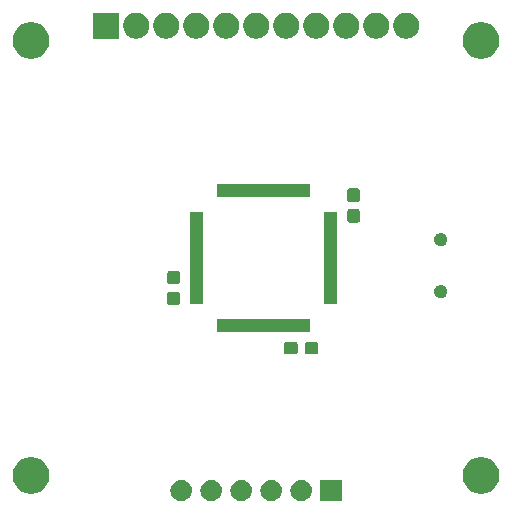
<source format=gbr>
G04 #@! TF.GenerationSoftware,KiCad,Pcbnew,5.0.1+dfsg1-2*
G04 #@! TF.CreationDate,2019-04-05T14:38:43+02:00*
G04 #@! TF.ProjectId,oled-controller,6F6C65642D636F6E74726F6C6C65722E,rev?*
G04 #@! TF.SameCoordinates,Original*
G04 #@! TF.FileFunction,Soldermask,Top*
G04 #@! TF.FilePolarity,Negative*
%FSLAX46Y46*%
G04 Gerber Fmt 4.6, Leading zero omitted, Abs format (unit mm)*
G04 Created by KiCad (PCBNEW 5.0.1+dfsg1-2) date Fr 05 Apr 2019 14:38:43 CEST*
%MOMM*%
%LPD*%
G01*
G04 APERTURE LIST*
%ADD10C,0.100000*%
G04 APERTURE END LIST*
D10*
G36*
X174891000Y-102501000D02*
X173089000Y-102501000D01*
X173089000Y-100699000D01*
X174891000Y-100699000D01*
X174891000Y-102501000D01*
X174891000Y-102501000D01*
G37*
G36*
X171560443Y-100705519D02*
X171626627Y-100712037D01*
X171739853Y-100746384D01*
X171796467Y-100763557D01*
X171935087Y-100837652D01*
X171952991Y-100847222D01*
X171988729Y-100876552D01*
X172090186Y-100959814D01*
X172173448Y-101061271D01*
X172202778Y-101097009D01*
X172202779Y-101097011D01*
X172286443Y-101253533D01*
X172286443Y-101253534D01*
X172337963Y-101423373D01*
X172355359Y-101600000D01*
X172337963Y-101776627D01*
X172324382Y-101821396D01*
X172286443Y-101946467D01*
X172212348Y-102085087D01*
X172202778Y-102102991D01*
X172173448Y-102138729D01*
X172090186Y-102240186D01*
X171988729Y-102323448D01*
X171952991Y-102352778D01*
X171952989Y-102352779D01*
X171796467Y-102436443D01*
X171739853Y-102453616D01*
X171626627Y-102487963D01*
X171560442Y-102494482D01*
X171494260Y-102501000D01*
X171405740Y-102501000D01*
X171339558Y-102494482D01*
X171273373Y-102487963D01*
X171160147Y-102453616D01*
X171103533Y-102436443D01*
X170947011Y-102352779D01*
X170947009Y-102352778D01*
X170911271Y-102323448D01*
X170809814Y-102240186D01*
X170726552Y-102138729D01*
X170697222Y-102102991D01*
X170687652Y-102085087D01*
X170613557Y-101946467D01*
X170575618Y-101821396D01*
X170562037Y-101776627D01*
X170544641Y-101600000D01*
X170562037Y-101423373D01*
X170613557Y-101253534D01*
X170613557Y-101253533D01*
X170697221Y-101097011D01*
X170697222Y-101097009D01*
X170726552Y-101061271D01*
X170809814Y-100959814D01*
X170911271Y-100876552D01*
X170947009Y-100847222D01*
X170964913Y-100837652D01*
X171103533Y-100763557D01*
X171160147Y-100746384D01*
X171273373Y-100712037D01*
X171339557Y-100705519D01*
X171405740Y-100699000D01*
X171494260Y-100699000D01*
X171560443Y-100705519D01*
X171560443Y-100705519D01*
G37*
G36*
X161400443Y-100705519D02*
X161466627Y-100712037D01*
X161579853Y-100746384D01*
X161636467Y-100763557D01*
X161775087Y-100837652D01*
X161792991Y-100847222D01*
X161828729Y-100876552D01*
X161930186Y-100959814D01*
X162013448Y-101061271D01*
X162042778Y-101097009D01*
X162042779Y-101097011D01*
X162126443Y-101253533D01*
X162126443Y-101253534D01*
X162177963Y-101423373D01*
X162195359Y-101600000D01*
X162177963Y-101776627D01*
X162164382Y-101821396D01*
X162126443Y-101946467D01*
X162052348Y-102085087D01*
X162042778Y-102102991D01*
X162013448Y-102138729D01*
X161930186Y-102240186D01*
X161828729Y-102323448D01*
X161792991Y-102352778D01*
X161792989Y-102352779D01*
X161636467Y-102436443D01*
X161579853Y-102453616D01*
X161466627Y-102487963D01*
X161400442Y-102494482D01*
X161334260Y-102501000D01*
X161245740Y-102501000D01*
X161179558Y-102494482D01*
X161113373Y-102487963D01*
X161000147Y-102453616D01*
X160943533Y-102436443D01*
X160787011Y-102352779D01*
X160787009Y-102352778D01*
X160751271Y-102323448D01*
X160649814Y-102240186D01*
X160566552Y-102138729D01*
X160537222Y-102102991D01*
X160527652Y-102085087D01*
X160453557Y-101946467D01*
X160415618Y-101821396D01*
X160402037Y-101776627D01*
X160384641Y-101600000D01*
X160402037Y-101423373D01*
X160453557Y-101253534D01*
X160453557Y-101253533D01*
X160537221Y-101097011D01*
X160537222Y-101097009D01*
X160566552Y-101061271D01*
X160649814Y-100959814D01*
X160751271Y-100876552D01*
X160787009Y-100847222D01*
X160804913Y-100837652D01*
X160943533Y-100763557D01*
X161000147Y-100746384D01*
X161113373Y-100712037D01*
X161179557Y-100705519D01*
X161245740Y-100699000D01*
X161334260Y-100699000D01*
X161400443Y-100705519D01*
X161400443Y-100705519D01*
G37*
G36*
X163940443Y-100705519D02*
X164006627Y-100712037D01*
X164119853Y-100746384D01*
X164176467Y-100763557D01*
X164315087Y-100837652D01*
X164332991Y-100847222D01*
X164368729Y-100876552D01*
X164470186Y-100959814D01*
X164553448Y-101061271D01*
X164582778Y-101097009D01*
X164582779Y-101097011D01*
X164666443Y-101253533D01*
X164666443Y-101253534D01*
X164717963Y-101423373D01*
X164735359Y-101600000D01*
X164717963Y-101776627D01*
X164704382Y-101821396D01*
X164666443Y-101946467D01*
X164592348Y-102085087D01*
X164582778Y-102102991D01*
X164553448Y-102138729D01*
X164470186Y-102240186D01*
X164368729Y-102323448D01*
X164332991Y-102352778D01*
X164332989Y-102352779D01*
X164176467Y-102436443D01*
X164119853Y-102453616D01*
X164006627Y-102487963D01*
X163940442Y-102494482D01*
X163874260Y-102501000D01*
X163785740Y-102501000D01*
X163719558Y-102494482D01*
X163653373Y-102487963D01*
X163540147Y-102453616D01*
X163483533Y-102436443D01*
X163327011Y-102352779D01*
X163327009Y-102352778D01*
X163291271Y-102323448D01*
X163189814Y-102240186D01*
X163106552Y-102138729D01*
X163077222Y-102102991D01*
X163067652Y-102085087D01*
X162993557Y-101946467D01*
X162955618Y-101821396D01*
X162942037Y-101776627D01*
X162924641Y-101600000D01*
X162942037Y-101423373D01*
X162993557Y-101253534D01*
X162993557Y-101253533D01*
X163077221Y-101097011D01*
X163077222Y-101097009D01*
X163106552Y-101061271D01*
X163189814Y-100959814D01*
X163291271Y-100876552D01*
X163327009Y-100847222D01*
X163344913Y-100837652D01*
X163483533Y-100763557D01*
X163540147Y-100746384D01*
X163653373Y-100712037D01*
X163719557Y-100705519D01*
X163785740Y-100699000D01*
X163874260Y-100699000D01*
X163940443Y-100705519D01*
X163940443Y-100705519D01*
G37*
G36*
X166480443Y-100705519D02*
X166546627Y-100712037D01*
X166659853Y-100746384D01*
X166716467Y-100763557D01*
X166855087Y-100837652D01*
X166872991Y-100847222D01*
X166908729Y-100876552D01*
X167010186Y-100959814D01*
X167093448Y-101061271D01*
X167122778Y-101097009D01*
X167122779Y-101097011D01*
X167206443Y-101253533D01*
X167206443Y-101253534D01*
X167257963Y-101423373D01*
X167275359Y-101600000D01*
X167257963Y-101776627D01*
X167244382Y-101821396D01*
X167206443Y-101946467D01*
X167132348Y-102085087D01*
X167122778Y-102102991D01*
X167093448Y-102138729D01*
X167010186Y-102240186D01*
X166908729Y-102323448D01*
X166872991Y-102352778D01*
X166872989Y-102352779D01*
X166716467Y-102436443D01*
X166659853Y-102453616D01*
X166546627Y-102487963D01*
X166480442Y-102494482D01*
X166414260Y-102501000D01*
X166325740Y-102501000D01*
X166259558Y-102494482D01*
X166193373Y-102487963D01*
X166080147Y-102453616D01*
X166023533Y-102436443D01*
X165867011Y-102352779D01*
X165867009Y-102352778D01*
X165831271Y-102323448D01*
X165729814Y-102240186D01*
X165646552Y-102138729D01*
X165617222Y-102102991D01*
X165607652Y-102085087D01*
X165533557Y-101946467D01*
X165495618Y-101821396D01*
X165482037Y-101776627D01*
X165464641Y-101600000D01*
X165482037Y-101423373D01*
X165533557Y-101253534D01*
X165533557Y-101253533D01*
X165617221Y-101097011D01*
X165617222Y-101097009D01*
X165646552Y-101061271D01*
X165729814Y-100959814D01*
X165831271Y-100876552D01*
X165867009Y-100847222D01*
X165884913Y-100837652D01*
X166023533Y-100763557D01*
X166080147Y-100746384D01*
X166193373Y-100712037D01*
X166259557Y-100705519D01*
X166325740Y-100699000D01*
X166414260Y-100699000D01*
X166480443Y-100705519D01*
X166480443Y-100705519D01*
G37*
G36*
X169020443Y-100705519D02*
X169086627Y-100712037D01*
X169199853Y-100746384D01*
X169256467Y-100763557D01*
X169395087Y-100837652D01*
X169412991Y-100847222D01*
X169448729Y-100876552D01*
X169550186Y-100959814D01*
X169633448Y-101061271D01*
X169662778Y-101097009D01*
X169662779Y-101097011D01*
X169746443Y-101253533D01*
X169746443Y-101253534D01*
X169797963Y-101423373D01*
X169815359Y-101600000D01*
X169797963Y-101776627D01*
X169784382Y-101821396D01*
X169746443Y-101946467D01*
X169672348Y-102085087D01*
X169662778Y-102102991D01*
X169633448Y-102138729D01*
X169550186Y-102240186D01*
X169448729Y-102323448D01*
X169412991Y-102352778D01*
X169412989Y-102352779D01*
X169256467Y-102436443D01*
X169199853Y-102453616D01*
X169086627Y-102487963D01*
X169020442Y-102494482D01*
X168954260Y-102501000D01*
X168865740Y-102501000D01*
X168799558Y-102494482D01*
X168733373Y-102487963D01*
X168620147Y-102453616D01*
X168563533Y-102436443D01*
X168407011Y-102352779D01*
X168407009Y-102352778D01*
X168371271Y-102323448D01*
X168269814Y-102240186D01*
X168186552Y-102138729D01*
X168157222Y-102102991D01*
X168147652Y-102085087D01*
X168073557Y-101946467D01*
X168035618Y-101821396D01*
X168022037Y-101776627D01*
X168004641Y-101600000D01*
X168022037Y-101423373D01*
X168073557Y-101253534D01*
X168073557Y-101253533D01*
X168157221Y-101097011D01*
X168157222Y-101097009D01*
X168186552Y-101061271D01*
X168269814Y-100959814D01*
X168371271Y-100876552D01*
X168407009Y-100847222D01*
X168424913Y-100837652D01*
X168563533Y-100763557D01*
X168620147Y-100746384D01*
X168733373Y-100712037D01*
X168799557Y-100705519D01*
X168865740Y-100699000D01*
X168954260Y-100699000D01*
X169020443Y-100705519D01*
X169020443Y-100705519D01*
G37*
G36*
X187042527Y-98818736D02*
X187142410Y-98838604D01*
X187424674Y-98955521D01*
X187678705Y-99125259D01*
X187894741Y-99341295D01*
X188064479Y-99595326D01*
X188181396Y-99877590D01*
X188241000Y-100177240D01*
X188241000Y-100482760D01*
X188181396Y-100782410D01*
X188064479Y-101064674D01*
X187894741Y-101318705D01*
X187678705Y-101534741D01*
X187424674Y-101704479D01*
X187142410Y-101821396D01*
X187042527Y-101841264D01*
X186842762Y-101881000D01*
X186537238Y-101881000D01*
X186337473Y-101841264D01*
X186237590Y-101821396D01*
X185955326Y-101704479D01*
X185701295Y-101534741D01*
X185485259Y-101318705D01*
X185315521Y-101064674D01*
X185198604Y-100782410D01*
X185139000Y-100482760D01*
X185139000Y-100177240D01*
X185198604Y-99877590D01*
X185315521Y-99595326D01*
X185485259Y-99341295D01*
X185701295Y-99125259D01*
X185955326Y-98955521D01*
X186237590Y-98838604D01*
X186337473Y-98818736D01*
X186537238Y-98779000D01*
X186842762Y-98779000D01*
X187042527Y-98818736D01*
X187042527Y-98818736D01*
G37*
G36*
X148942527Y-98818736D02*
X149042410Y-98838604D01*
X149324674Y-98955521D01*
X149578705Y-99125259D01*
X149794741Y-99341295D01*
X149964479Y-99595326D01*
X150081396Y-99877590D01*
X150141000Y-100177240D01*
X150141000Y-100482760D01*
X150081396Y-100782410D01*
X149964479Y-101064674D01*
X149794741Y-101318705D01*
X149578705Y-101534741D01*
X149324674Y-101704479D01*
X149042410Y-101821396D01*
X148942527Y-101841264D01*
X148742762Y-101881000D01*
X148437238Y-101881000D01*
X148237473Y-101841264D01*
X148137590Y-101821396D01*
X147855326Y-101704479D01*
X147601295Y-101534741D01*
X147385259Y-101318705D01*
X147215521Y-101064674D01*
X147098604Y-100782410D01*
X147039000Y-100482760D01*
X147039000Y-100177240D01*
X147098604Y-99877590D01*
X147215521Y-99595326D01*
X147385259Y-99341295D01*
X147601295Y-99125259D01*
X147855326Y-98955521D01*
X148137590Y-98838604D01*
X148237473Y-98818736D01*
X148437238Y-98779000D01*
X148742762Y-98779000D01*
X148942527Y-98818736D01*
X148942527Y-98818736D01*
G37*
G36*
X170989499Y-89013445D02*
X171026993Y-89024819D01*
X171061557Y-89043294D01*
X171091847Y-89068153D01*
X171116706Y-89098443D01*
X171135181Y-89133007D01*
X171146555Y-89170501D01*
X171151000Y-89215638D01*
X171151000Y-89854362D01*
X171146555Y-89899499D01*
X171135181Y-89936993D01*
X171116706Y-89971557D01*
X171091847Y-90001847D01*
X171061557Y-90026706D01*
X171026993Y-90045181D01*
X170989499Y-90056555D01*
X170944362Y-90061000D01*
X170205638Y-90061000D01*
X170160501Y-90056555D01*
X170123007Y-90045181D01*
X170088443Y-90026706D01*
X170058153Y-90001847D01*
X170033294Y-89971557D01*
X170014819Y-89936993D01*
X170003445Y-89899499D01*
X169999000Y-89854362D01*
X169999000Y-89215638D01*
X170003445Y-89170501D01*
X170014819Y-89133007D01*
X170033294Y-89098443D01*
X170058153Y-89068153D01*
X170088443Y-89043294D01*
X170123007Y-89024819D01*
X170160501Y-89013445D01*
X170205638Y-89009000D01*
X170944362Y-89009000D01*
X170989499Y-89013445D01*
X170989499Y-89013445D01*
G37*
G36*
X172739499Y-89013445D02*
X172776993Y-89024819D01*
X172811557Y-89043294D01*
X172841847Y-89068153D01*
X172866706Y-89098443D01*
X172885181Y-89133007D01*
X172896555Y-89170501D01*
X172901000Y-89215638D01*
X172901000Y-89854362D01*
X172896555Y-89899499D01*
X172885181Y-89936993D01*
X172866706Y-89971557D01*
X172841847Y-90001847D01*
X172811557Y-90026706D01*
X172776993Y-90045181D01*
X172739499Y-90056555D01*
X172694362Y-90061000D01*
X171955638Y-90061000D01*
X171910501Y-90056555D01*
X171873007Y-90045181D01*
X171838443Y-90026706D01*
X171808153Y-90001847D01*
X171783294Y-89971557D01*
X171764819Y-89936993D01*
X171753445Y-89899499D01*
X171749000Y-89854362D01*
X171749000Y-89215638D01*
X171753445Y-89170501D01*
X171764819Y-89133007D01*
X171783294Y-89098443D01*
X171808153Y-89068153D01*
X171838443Y-89043294D01*
X171873007Y-89024819D01*
X171910501Y-89013445D01*
X171955638Y-89009000D01*
X172694362Y-89009000D01*
X172739499Y-89013445D01*
X172739499Y-89013445D01*
G37*
G36*
X172201000Y-88166000D02*
X164349000Y-88166000D01*
X164349000Y-87064000D01*
X172201000Y-87064000D01*
X172201000Y-88166000D01*
X172201000Y-88166000D01*
G37*
G36*
X161019499Y-84758445D02*
X161056993Y-84769819D01*
X161091557Y-84788294D01*
X161121847Y-84813153D01*
X161146706Y-84843443D01*
X161165181Y-84878007D01*
X161176555Y-84915501D01*
X161181000Y-84960638D01*
X161181000Y-85699362D01*
X161176555Y-85744499D01*
X161165181Y-85781993D01*
X161146706Y-85816557D01*
X161121847Y-85846847D01*
X161091557Y-85871706D01*
X161056993Y-85890181D01*
X161019499Y-85901555D01*
X160974362Y-85906000D01*
X160335638Y-85906000D01*
X160290501Y-85901555D01*
X160253007Y-85890181D01*
X160218443Y-85871706D01*
X160188153Y-85846847D01*
X160163294Y-85816557D01*
X160144819Y-85781993D01*
X160133445Y-85744499D01*
X160129000Y-85699362D01*
X160129000Y-84960638D01*
X160133445Y-84915501D01*
X160144819Y-84878007D01*
X160163294Y-84843443D01*
X160188153Y-84813153D01*
X160218443Y-84788294D01*
X160253007Y-84769819D01*
X160290501Y-84758445D01*
X160335638Y-84754000D01*
X160974362Y-84754000D01*
X161019499Y-84758445D01*
X161019499Y-84758445D01*
G37*
G36*
X174526000Y-85841000D02*
X173424000Y-85841000D01*
X173424000Y-77989000D01*
X174526000Y-77989000D01*
X174526000Y-85841000D01*
X174526000Y-85841000D01*
G37*
G36*
X163126000Y-85841000D02*
X162024000Y-85841000D01*
X162024000Y-77989000D01*
X163126000Y-77989000D01*
X163126000Y-85841000D01*
X163126000Y-85841000D01*
G37*
G36*
X183421721Y-84220174D02*
X183521995Y-84261709D01*
X183612245Y-84322012D01*
X183688988Y-84398755D01*
X183749291Y-84489005D01*
X183790826Y-84589279D01*
X183812000Y-84695730D01*
X183812000Y-84804270D01*
X183790826Y-84910721D01*
X183749291Y-85010995D01*
X183688988Y-85101245D01*
X183612245Y-85177988D01*
X183521995Y-85238291D01*
X183421721Y-85279826D01*
X183315270Y-85301000D01*
X183206730Y-85301000D01*
X183100279Y-85279826D01*
X183000005Y-85238291D01*
X182909755Y-85177988D01*
X182833012Y-85101245D01*
X182772709Y-85010995D01*
X182731174Y-84910721D01*
X182710000Y-84804270D01*
X182710000Y-84695730D01*
X182731174Y-84589279D01*
X182772709Y-84489005D01*
X182833012Y-84398755D01*
X182909755Y-84322012D01*
X183000005Y-84261709D01*
X183100279Y-84220174D01*
X183206730Y-84199000D01*
X183315270Y-84199000D01*
X183421721Y-84220174D01*
X183421721Y-84220174D01*
G37*
G36*
X161019499Y-83008445D02*
X161056993Y-83019819D01*
X161091557Y-83038294D01*
X161121847Y-83063153D01*
X161146706Y-83093443D01*
X161165181Y-83128007D01*
X161176555Y-83165501D01*
X161181000Y-83210638D01*
X161181000Y-83949362D01*
X161176555Y-83994499D01*
X161165181Y-84031993D01*
X161146706Y-84066557D01*
X161121847Y-84096847D01*
X161091557Y-84121706D01*
X161056993Y-84140181D01*
X161019499Y-84151555D01*
X160974362Y-84156000D01*
X160335638Y-84156000D01*
X160290501Y-84151555D01*
X160253007Y-84140181D01*
X160218443Y-84121706D01*
X160188153Y-84096847D01*
X160163294Y-84066557D01*
X160144819Y-84031993D01*
X160133445Y-83994499D01*
X160129000Y-83949362D01*
X160129000Y-83210638D01*
X160133445Y-83165501D01*
X160144819Y-83128007D01*
X160163294Y-83093443D01*
X160188153Y-83063153D01*
X160218443Y-83038294D01*
X160253007Y-83019819D01*
X160290501Y-83008445D01*
X160335638Y-83004000D01*
X160974362Y-83004000D01*
X161019499Y-83008445D01*
X161019499Y-83008445D01*
G37*
G36*
X183421721Y-79820174D02*
X183521995Y-79861709D01*
X183612245Y-79922012D01*
X183688988Y-79998755D01*
X183749291Y-80089005D01*
X183790826Y-80189279D01*
X183812000Y-80295730D01*
X183812000Y-80404270D01*
X183790826Y-80510721D01*
X183749291Y-80610995D01*
X183688988Y-80701245D01*
X183612245Y-80777988D01*
X183521995Y-80838291D01*
X183421721Y-80879826D01*
X183315270Y-80901000D01*
X183206730Y-80901000D01*
X183100279Y-80879826D01*
X183000005Y-80838291D01*
X182909755Y-80777988D01*
X182833012Y-80701245D01*
X182772709Y-80610995D01*
X182731174Y-80510721D01*
X182710000Y-80404270D01*
X182710000Y-80295730D01*
X182731174Y-80189279D01*
X182772709Y-80089005D01*
X182833012Y-79998755D01*
X182909755Y-79922012D01*
X183000005Y-79861709D01*
X183100279Y-79820174D01*
X183206730Y-79799000D01*
X183315270Y-79799000D01*
X183421721Y-79820174D01*
X183421721Y-79820174D01*
G37*
G36*
X176259499Y-77773445D02*
X176296993Y-77784819D01*
X176331557Y-77803294D01*
X176361847Y-77828153D01*
X176386706Y-77858443D01*
X176405181Y-77893007D01*
X176416555Y-77930501D01*
X176421000Y-77975638D01*
X176421000Y-78714362D01*
X176416555Y-78759499D01*
X176405181Y-78796993D01*
X176386706Y-78831557D01*
X176361847Y-78861847D01*
X176331557Y-78886706D01*
X176296993Y-78905181D01*
X176259499Y-78916555D01*
X176214362Y-78921000D01*
X175575638Y-78921000D01*
X175530501Y-78916555D01*
X175493007Y-78905181D01*
X175458443Y-78886706D01*
X175428153Y-78861847D01*
X175403294Y-78831557D01*
X175384819Y-78796993D01*
X175373445Y-78759499D01*
X175369000Y-78714362D01*
X175369000Y-77975638D01*
X175373445Y-77930501D01*
X175384819Y-77893007D01*
X175403294Y-77858443D01*
X175428153Y-77828153D01*
X175458443Y-77803294D01*
X175493007Y-77784819D01*
X175530501Y-77773445D01*
X175575638Y-77769000D01*
X176214362Y-77769000D01*
X176259499Y-77773445D01*
X176259499Y-77773445D01*
G37*
G36*
X176259499Y-76023445D02*
X176296993Y-76034819D01*
X176331557Y-76053294D01*
X176361847Y-76078153D01*
X176386706Y-76108443D01*
X176405181Y-76143007D01*
X176416555Y-76180501D01*
X176421000Y-76225638D01*
X176421000Y-76964362D01*
X176416555Y-77009499D01*
X176405181Y-77046993D01*
X176386706Y-77081557D01*
X176361847Y-77111847D01*
X176331557Y-77136706D01*
X176296993Y-77155181D01*
X176259499Y-77166555D01*
X176214362Y-77171000D01*
X175575638Y-77171000D01*
X175530501Y-77166555D01*
X175493007Y-77155181D01*
X175458443Y-77136706D01*
X175428153Y-77111847D01*
X175403294Y-77081557D01*
X175384819Y-77046993D01*
X175373445Y-77009499D01*
X175369000Y-76964362D01*
X175369000Y-76225638D01*
X175373445Y-76180501D01*
X175384819Y-76143007D01*
X175403294Y-76108443D01*
X175428153Y-76078153D01*
X175458443Y-76053294D01*
X175493007Y-76034819D01*
X175530501Y-76023445D01*
X175575638Y-76019000D01*
X176214362Y-76019000D01*
X176259499Y-76023445D01*
X176259499Y-76023445D01*
G37*
G36*
X172201000Y-76766000D02*
X164349000Y-76766000D01*
X164349000Y-75664000D01*
X172201000Y-75664000D01*
X172201000Y-76766000D01*
X172201000Y-76766000D01*
G37*
G36*
X187042527Y-61988736D02*
X187142410Y-62008604D01*
X187424674Y-62125521D01*
X187678705Y-62295259D01*
X187894741Y-62511295D01*
X188064479Y-62765326D01*
X188133455Y-62931850D01*
X188181396Y-63047591D01*
X188229354Y-63288689D01*
X188241000Y-63347240D01*
X188241000Y-63652760D01*
X188181396Y-63952410D01*
X188064479Y-64234674D01*
X187894741Y-64488705D01*
X187678705Y-64704741D01*
X187424674Y-64874479D01*
X187142410Y-64991396D01*
X187042527Y-65011264D01*
X186842762Y-65051000D01*
X186537238Y-65051000D01*
X186337473Y-65011264D01*
X186237590Y-64991396D01*
X185955326Y-64874479D01*
X185701295Y-64704741D01*
X185485259Y-64488705D01*
X185315521Y-64234674D01*
X185198604Y-63952410D01*
X185139000Y-63652760D01*
X185139000Y-63347240D01*
X185150647Y-63288689D01*
X185198604Y-63047591D01*
X185246545Y-62931850D01*
X185315521Y-62765326D01*
X185485259Y-62511295D01*
X185701295Y-62295259D01*
X185955326Y-62125521D01*
X186237590Y-62008604D01*
X186337473Y-61988736D01*
X186537238Y-61949000D01*
X186842762Y-61949000D01*
X187042527Y-61988736D01*
X187042527Y-61988736D01*
G37*
G36*
X148942527Y-61988736D02*
X149042410Y-62008604D01*
X149324674Y-62125521D01*
X149578705Y-62295259D01*
X149794741Y-62511295D01*
X149964479Y-62765326D01*
X150033455Y-62931850D01*
X150081396Y-63047591D01*
X150129354Y-63288689D01*
X150141000Y-63347240D01*
X150141000Y-63652760D01*
X150081396Y-63952410D01*
X149964479Y-64234674D01*
X149794741Y-64488705D01*
X149578705Y-64704741D01*
X149324674Y-64874479D01*
X149042410Y-64991396D01*
X148942527Y-65011264D01*
X148742762Y-65051000D01*
X148437238Y-65051000D01*
X148237473Y-65011264D01*
X148137590Y-64991396D01*
X147855326Y-64874479D01*
X147601295Y-64704741D01*
X147385259Y-64488705D01*
X147215521Y-64234674D01*
X147098604Y-63952410D01*
X147039000Y-63652760D01*
X147039000Y-63347240D01*
X147050647Y-63288689D01*
X147098604Y-63047591D01*
X147146545Y-62931850D01*
X147215521Y-62765326D01*
X147385259Y-62511295D01*
X147601295Y-62295259D01*
X147855326Y-62125521D01*
X148137590Y-62008604D01*
X148237473Y-61988736D01*
X148437238Y-61949000D01*
X148742762Y-61949000D01*
X148942527Y-61988736D01*
X148942527Y-61988736D01*
G37*
G36*
X157694795Y-61150156D02*
X157801150Y-61171311D01*
X157871990Y-61200654D01*
X158001516Y-61254305D01*
X158181850Y-61374801D01*
X158335199Y-61528150D01*
X158455695Y-61708484D01*
X158538689Y-61908851D01*
X158581000Y-62121560D01*
X158581000Y-62338440D01*
X158538689Y-62551149D01*
X158455695Y-62751516D01*
X158335199Y-62931850D01*
X158181850Y-63085199D01*
X158001516Y-63205695D01*
X157871990Y-63259346D01*
X157801150Y-63288689D01*
X157694795Y-63309844D01*
X157588440Y-63331000D01*
X157371560Y-63331000D01*
X157265205Y-63309844D01*
X157158850Y-63288689D01*
X157088010Y-63259346D01*
X156958484Y-63205695D01*
X156778150Y-63085199D01*
X156624801Y-62931850D01*
X156504305Y-62751516D01*
X156421311Y-62551149D01*
X156379000Y-62338440D01*
X156379000Y-62121560D01*
X156421311Y-61908851D01*
X156504305Y-61708484D01*
X156624801Y-61528150D01*
X156778150Y-61374801D01*
X156958484Y-61254305D01*
X157088010Y-61200654D01*
X157158850Y-61171311D01*
X157265205Y-61150156D01*
X157371560Y-61129000D01*
X157588440Y-61129000D01*
X157694795Y-61150156D01*
X157694795Y-61150156D01*
G37*
G36*
X180554795Y-61150156D02*
X180661150Y-61171311D01*
X180731990Y-61200654D01*
X180861516Y-61254305D01*
X181041850Y-61374801D01*
X181195199Y-61528150D01*
X181315695Y-61708484D01*
X181398689Y-61908851D01*
X181441000Y-62121560D01*
X181441000Y-62338440D01*
X181398689Y-62551149D01*
X181315695Y-62751516D01*
X181195199Y-62931850D01*
X181041850Y-63085199D01*
X180861516Y-63205695D01*
X180731990Y-63259346D01*
X180661150Y-63288689D01*
X180554795Y-63309844D01*
X180448440Y-63331000D01*
X180231560Y-63331000D01*
X180125205Y-63309844D01*
X180018850Y-63288689D01*
X179948010Y-63259346D01*
X179818484Y-63205695D01*
X179638150Y-63085199D01*
X179484801Y-62931850D01*
X179364305Y-62751516D01*
X179281311Y-62551149D01*
X179239000Y-62338440D01*
X179239000Y-62121560D01*
X179281311Y-61908851D01*
X179364305Y-61708484D01*
X179484801Y-61528150D01*
X179638150Y-61374801D01*
X179818484Y-61254305D01*
X179948010Y-61200654D01*
X180018850Y-61171311D01*
X180125205Y-61150156D01*
X180231560Y-61129000D01*
X180448440Y-61129000D01*
X180554795Y-61150156D01*
X180554795Y-61150156D01*
G37*
G36*
X178014795Y-61150156D02*
X178121150Y-61171311D01*
X178191990Y-61200654D01*
X178321516Y-61254305D01*
X178501850Y-61374801D01*
X178655199Y-61528150D01*
X178775695Y-61708484D01*
X178858689Y-61908851D01*
X178901000Y-62121560D01*
X178901000Y-62338440D01*
X178858689Y-62551149D01*
X178775695Y-62751516D01*
X178655199Y-62931850D01*
X178501850Y-63085199D01*
X178321516Y-63205695D01*
X178191990Y-63259346D01*
X178121150Y-63288689D01*
X178014795Y-63309844D01*
X177908440Y-63331000D01*
X177691560Y-63331000D01*
X177585205Y-63309844D01*
X177478850Y-63288689D01*
X177408010Y-63259346D01*
X177278484Y-63205695D01*
X177098150Y-63085199D01*
X176944801Y-62931850D01*
X176824305Y-62751516D01*
X176741311Y-62551149D01*
X176699000Y-62338440D01*
X176699000Y-62121560D01*
X176741311Y-61908851D01*
X176824305Y-61708484D01*
X176944801Y-61528150D01*
X177098150Y-61374801D01*
X177278484Y-61254305D01*
X177408010Y-61200654D01*
X177478850Y-61171311D01*
X177585205Y-61150156D01*
X177691560Y-61129000D01*
X177908440Y-61129000D01*
X178014795Y-61150156D01*
X178014795Y-61150156D01*
G37*
G36*
X175474795Y-61150156D02*
X175581150Y-61171311D01*
X175651990Y-61200654D01*
X175781516Y-61254305D01*
X175961850Y-61374801D01*
X176115199Y-61528150D01*
X176235695Y-61708484D01*
X176318689Y-61908851D01*
X176361000Y-62121560D01*
X176361000Y-62338440D01*
X176318689Y-62551149D01*
X176235695Y-62751516D01*
X176115199Y-62931850D01*
X175961850Y-63085199D01*
X175781516Y-63205695D01*
X175651990Y-63259346D01*
X175581150Y-63288689D01*
X175474795Y-63309844D01*
X175368440Y-63331000D01*
X175151560Y-63331000D01*
X175045205Y-63309844D01*
X174938850Y-63288689D01*
X174868010Y-63259346D01*
X174738484Y-63205695D01*
X174558150Y-63085199D01*
X174404801Y-62931850D01*
X174284305Y-62751516D01*
X174201311Y-62551149D01*
X174159000Y-62338440D01*
X174159000Y-62121560D01*
X174201311Y-61908851D01*
X174284305Y-61708484D01*
X174404801Y-61528150D01*
X174558150Y-61374801D01*
X174738484Y-61254305D01*
X174868010Y-61200654D01*
X174938850Y-61171311D01*
X175045205Y-61150156D01*
X175151560Y-61129000D01*
X175368440Y-61129000D01*
X175474795Y-61150156D01*
X175474795Y-61150156D01*
G37*
G36*
X172934795Y-61150156D02*
X173041150Y-61171311D01*
X173111990Y-61200654D01*
X173241516Y-61254305D01*
X173421850Y-61374801D01*
X173575199Y-61528150D01*
X173695695Y-61708484D01*
X173778689Y-61908851D01*
X173821000Y-62121560D01*
X173821000Y-62338440D01*
X173778689Y-62551149D01*
X173695695Y-62751516D01*
X173575199Y-62931850D01*
X173421850Y-63085199D01*
X173241516Y-63205695D01*
X173111990Y-63259346D01*
X173041150Y-63288689D01*
X172934795Y-63309844D01*
X172828440Y-63331000D01*
X172611560Y-63331000D01*
X172505205Y-63309844D01*
X172398850Y-63288689D01*
X172328010Y-63259346D01*
X172198484Y-63205695D01*
X172018150Y-63085199D01*
X171864801Y-62931850D01*
X171744305Y-62751516D01*
X171661311Y-62551149D01*
X171619000Y-62338440D01*
X171619000Y-62121560D01*
X171661311Y-61908851D01*
X171744305Y-61708484D01*
X171864801Y-61528150D01*
X172018150Y-61374801D01*
X172198484Y-61254305D01*
X172328010Y-61200654D01*
X172398850Y-61171311D01*
X172505205Y-61150156D01*
X172611560Y-61129000D01*
X172828440Y-61129000D01*
X172934795Y-61150156D01*
X172934795Y-61150156D01*
G37*
G36*
X170394795Y-61150156D02*
X170501150Y-61171311D01*
X170571990Y-61200654D01*
X170701516Y-61254305D01*
X170881850Y-61374801D01*
X171035199Y-61528150D01*
X171155695Y-61708484D01*
X171238689Y-61908851D01*
X171281000Y-62121560D01*
X171281000Y-62338440D01*
X171238689Y-62551149D01*
X171155695Y-62751516D01*
X171035199Y-62931850D01*
X170881850Y-63085199D01*
X170701516Y-63205695D01*
X170571990Y-63259346D01*
X170501150Y-63288689D01*
X170394795Y-63309844D01*
X170288440Y-63331000D01*
X170071560Y-63331000D01*
X169965205Y-63309844D01*
X169858850Y-63288689D01*
X169788010Y-63259346D01*
X169658484Y-63205695D01*
X169478150Y-63085199D01*
X169324801Y-62931850D01*
X169204305Y-62751516D01*
X169121311Y-62551149D01*
X169079000Y-62338440D01*
X169079000Y-62121560D01*
X169121311Y-61908851D01*
X169204305Y-61708484D01*
X169324801Y-61528150D01*
X169478150Y-61374801D01*
X169658484Y-61254305D01*
X169788010Y-61200654D01*
X169858850Y-61171311D01*
X169965205Y-61150156D01*
X170071560Y-61129000D01*
X170288440Y-61129000D01*
X170394795Y-61150156D01*
X170394795Y-61150156D01*
G37*
G36*
X167854795Y-61150156D02*
X167961150Y-61171311D01*
X168031990Y-61200654D01*
X168161516Y-61254305D01*
X168341850Y-61374801D01*
X168495199Y-61528150D01*
X168615695Y-61708484D01*
X168698689Y-61908851D01*
X168741000Y-62121560D01*
X168741000Y-62338440D01*
X168698689Y-62551149D01*
X168615695Y-62751516D01*
X168495199Y-62931850D01*
X168341850Y-63085199D01*
X168161516Y-63205695D01*
X168031990Y-63259346D01*
X167961150Y-63288689D01*
X167854795Y-63309844D01*
X167748440Y-63331000D01*
X167531560Y-63331000D01*
X167425205Y-63309844D01*
X167318850Y-63288689D01*
X167248010Y-63259346D01*
X167118484Y-63205695D01*
X166938150Y-63085199D01*
X166784801Y-62931850D01*
X166664305Y-62751516D01*
X166581311Y-62551149D01*
X166539000Y-62338440D01*
X166539000Y-62121560D01*
X166581311Y-61908851D01*
X166664305Y-61708484D01*
X166784801Y-61528150D01*
X166938150Y-61374801D01*
X167118484Y-61254305D01*
X167248010Y-61200654D01*
X167318850Y-61171311D01*
X167425205Y-61150156D01*
X167531560Y-61129000D01*
X167748440Y-61129000D01*
X167854795Y-61150156D01*
X167854795Y-61150156D01*
G37*
G36*
X165314795Y-61150156D02*
X165421150Y-61171311D01*
X165491990Y-61200654D01*
X165621516Y-61254305D01*
X165801850Y-61374801D01*
X165955199Y-61528150D01*
X166075695Y-61708484D01*
X166158689Y-61908851D01*
X166201000Y-62121560D01*
X166201000Y-62338440D01*
X166158689Y-62551149D01*
X166075695Y-62751516D01*
X165955199Y-62931850D01*
X165801850Y-63085199D01*
X165621516Y-63205695D01*
X165491990Y-63259346D01*
X165421150Y-63288689D01*
X165314795Y-63309844D01*
X165208440Y-63331000D01*
X164991560Y-63331000D01*
X164885205Y-63309844D01*
X164778850Y-63288689D01*
X164708010Y-63259346D01*
X164578484Y-63205695D01*
X164398150Y-63085199D01*
X164244801Y-62931850D01*
X164124305Y-62751516D01*
X164041311Y-62551149D01*
X163999000Y-62338440D01*
X163999000Y-62121560D01*
X164041311Y-61908851D01*
X164124305Y-61708484D01*
X164244801Y-61528150D01*
X164398150Y-61374801D01*
X164578484Y-61254305D01*
X164708010Y-61200654D01*
X164778850Y-61171311D01*
X164885205Y-61150156D01*
X164991560Y-61129000D01*
X165208440Y-61129000D01*
X165314795Y-61150156D01*
X165314795Y-61150156D01*
G37*
G36*
X162774795Y-61150156D02*
X162881150Y-61171311D01*
X162951990Y-61200654D01*
X163081516Y-61254305D01*
X163261850Y-61374801D01*
X163415199Y-61528150D01*
X163535695Y-61708484D01*
X163618689Y-61908851D01*
X163661000Y-62121560D01*
X163661000Y-62338440D01*
X163618689Y-62551149D01*
X163535695Y-62751516D01*
X163415199Y-62931850D01*
X163261850Y-63085199D01*
X163081516Y-63205695D01*
X162951990Y-63259346D01*
X162881150Y-63288689D01*
X162774795Y-63309844D01*
X162668440Y-63331000D01*
X162451560Y-63331000D01*
X162345205Y-63309844D01*
X162238850Y-63288689D01*
X162168010Y-63259346D01*
X162038484Y-63205695D01*
X161858150Y-63085199D01*
X161704801Y-62931850D01*
X161584305Y-62751516D01*
X161501311Y-62551149D01*
X161459000Y-62338440D01*
X161459000Y-62121560D01*
X161501311Y-61908851D01*
X161584305Y-61708484D01*
X161704801Y-61528150D01*
X161858150Y-61374801D01*
X162038484Y-61254305D01*
X162168010Y-61200654D01*
X162238850Y-61171311D01*
X162345205Y-61150156D01*
X162451560Y-61129000D01*
X162668440Y-61129000D01*
X162774795Y-61150156D01*
X162774795Y-61150156D01*
G37*
G36*
X160234795Y-61150156D02*
X160341150Y-61171311D01*
X160411990Y-61200654D01*
X160541516Y-61254305D01*
X160721850Y-61374801D01*
X160875199Y-61528150D01*
X160995695Y-61708484D01*
X161078689Y-61908851D01*
X161121000Y-62121560D01*
X161121000Y-62338440D01*
X161078689Y-62551149D01*
X160995695Y-62751516D01*
X160875199Y-62931850D01*
X160721850Y-63085199D01*
X160541516Y-63205695D01*
X160411990Y-63259346D01*
X160341150Y-63288689D01*
X160234795Y-63309844D01*
X160128440Y-63331000D01*
X159911560Y-63331000D01*
X159805205Y-63309844D01*
X159698850Y-63288689D01*
X159628010Y-63259346D01*
X159498484Y-63205695D01*
X159318150Y-63085199D01*
X159164801Y-62931850D01*
X159044305Y-62751516D01*
X158961311Y-62551149D01*
X158919000Y-62338440D01*
X158919000Y-62121560D01*
X158961311Y-61908851D01*
X159044305Y-61708484D01*
X159164801Y-61528150D01*
X159318150Y-61374801D01*
X159498484Y-61254305D01*
X159628010Y-61200654D01*
X159698850Y-61171311D01*
X159805205Y-61150156D01*
X159911560Y-61129000D01*
X160128440Y-61129000D01*
X160234795Y-61150156D01*
X160234795Y-61150156D01*
G37*
G36*
X156041000Y-63331000D02*
X153839000Y-63331000D01*
X153839000Y-61129000D01*
X156041000Y-61129000D01*
X156041000Y-63331000D01*
X156041000Y-63331000D01*
G37*
M02*

</source>
